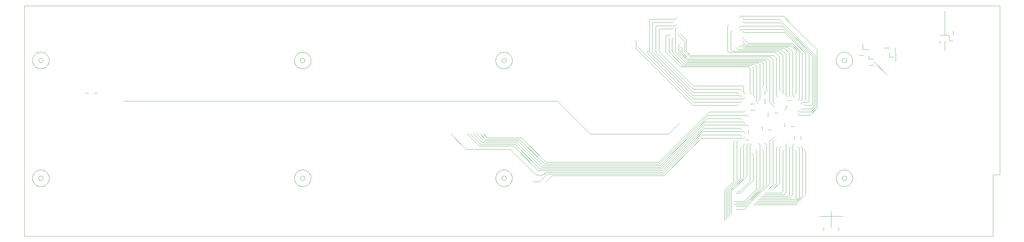
<source format=gbl>
*%FSLAX23Y23*%
*%MOIN*%
G01*
D11*
X15746Y6683D02*
X15828D01*
X15746Y5943D02*
X4096D01*
Y8718D02*
X15828D01*
X15746Y6683D02*
Y5943D01*
X15828Y6683D02*
Y8718D01*
X4096D02*
Y5943D01*
D12*
X12214Y7321D02*
X12332Y7439D01*
X12320Y7400D02*
X12202Y7282D01*
X13021Y6561D02*
X12765Y6305D01*
X12750Y6266D02*
X13061Y6577D01*
X13391Y6345D02*
X13494Y6447D01*
X12982Y6545D02*
X12761Y6325D01*
X12757Y6345D02*
X12942Y6530D01*
X12903Y6514D02*
X12753Y6364D01*
X12214Y7321D02*
X11726Y6833D01*
X11742Y6793D02*
X12190Y7242D01*
X12167Y7163D02*
X11757Y6754D01*
X11765Y6734D02*
X12155Y7124D01*
X12131Y7045D02*
X11781Y6695D01*
X12635Y6545D02*
X12746Y6656D01*
X12785Y6671D02*
X12643Y6530D01*
X12710Y6463D02*
X12864Y6616D01*
X12706Y6640D02*
X12557Y6490D01*
X12120Y7006D02*
X12238Y7124D01*
X12250Y7163D02*
X12131Y7045D01*
X12143Y7085D02*
X12261Y7203D01*
X12273Y7242D02*
X12155Y7124D01*
X12167Y7163D02*
X12285Y7282D01*
X12297Y7321D02*
X12179Y7203D01*
X12190Y7242D02*
X12309Y7360D01*
X13238Y8396D02*
X13348Y8286D01*
X13289Y8439D02*
X13175Y8553D01*
X13289Y8439D02*
X13612Y8116D01*
X13592Y8112D02*
X13281Y8423D01*
X13273Y8408D02*
X13572Y8108D01*
X13533Y8124D02*
X13320Y8337D01*
X13348Y8286D02*
X13494Y8140D01*
X13454D02*
X13328Y8266D01*
X12068Y8045D02*
X11966Y8148D01*
X11927Y8160D02*
X12057Y8030D01*
X12037Y8014D02*
X11887Y8163D01*
X11848D02*
X12013Y7998D01*
X12139Y7597D02*
X11592Y8144D01*
X11690Y8163D02*
X12139Y7715D01*
Y7754D02*
X11730Y8163D01*
X11533D02*
X12139Y7557D01*
Y7518D02*
X11454Y8203D01*
X10372Y6833D02*
X10076Y7128D01*
X9604Y7069D02*
X9494Y7179D01*
X9454D02*
X9584Y7049D01*
X10057Y7108D02*
X10352Y6813D01*
X10332Y6793D02*
X10037Y7089D01*
X10017Y7069D02*
X10313Y6774D01*
X10293Y6754D02*
X9998Y7049D01*
X9565Y7030D02*
X9415Y7179D01*
X9978Y7030D02*
X10273Y6734D01*
X13320Y8498D02*
X13631Y8187D01*
X12824Y7045D02*
X12824Y6762D01*
X11927Y8478D02*
X11698Y8478D01*
X11809Y8163D02*
X11990Y7982D01*
X12057Y8171D02*
X12057Y8309D01*
X11612Y8163D02*
X12139Y7636D01*
Y7675D02*
X11651Y8163D01*
X12179Y7203D02*
X11750Y6774D01*
X11734Y6813D02*
X12202Y7282D01*
X12143Y7085D02*
X11773Y6715D01*
X11789Y6675D02*
X12120Y7006D01*
X12698Y6482D02*
X12824Y6608D01*
X12627D02*
X12517Y6498D01*
X12537Y6494D02*
X12667Y6624D01*
X12655Y6266D02*
X12750D01*
X13002Y6463D02*
X13198D01*
X13238Y6443D02*
X12982D01*
X12962Y6423D02*
X13281D01*
X13297Y6404D02*
X12942D01*
X12698Y6482D02*
X12675D01*
X12655Y6463D02*
X12710D01*
X12655Y6305D02*
X12765D01*
X12923Y6384D02*
X13360D01*
X13364Y6364D02*
X12903D01*
X12883Y6345D02*
X13368D01*
X13372Y6325D02*
X12864D01*
X12757Y6345D02*
X12655D01*
X12635Y6325D02*
X12761D01*
X12753Y6364D02*
X12635D01*
X10293Y6600D02*
X10214D01*
X10446Y6675D02*
X11789D01*
X11726Y6833D02*
X10372D01*
X10332Y6793D02*
X11742D01*
X11734Y6813D02*
X10352D01*
X10372Y6715D02*
X11773D01*
X11750Y6774D02*
X10313D01*
X10293Y6754D02*
X11757D01*
X11765Y6734D02*
X10273D01*
X10387Y6695D02*
X11781D01*
X10017Y7069D02*
X9604D01*
X9584Y7049D02*
X9998D01*
X9978Y7030D02*
X9565D01*
X12490Y7242D02*
X12706D01*
X12746Y7203D02*
X12490D01*
X12261D01*
X12273Y7242D02*
X12490D01*
X10076Y7128D02*
X9663D01*
X9643Y7108D02*
X10057D01*
X10037Y7089D02*
X9624D01*
X12490Y7163D02*
X12706D01*
X12746Y7124D02*
X12238D01*
X12250Y7163D02*
X12490D01*
X12332Y7439D02*
X12746D01*
X12785Y7400D02*
X12320D01*
X13415Y7439D02*
X13553D01*
X13545Y7400D02*
X13415D01*
X12706Y7360D02*
X12309D01*
X12490Y7321D02*
X12746D01*
X12785Y7282D02*
X12490D01*
X12285D01*
X12297Y7321D02*
X12490D01*
Y7597D02*
X12746D01*
X12706Y7636D02*
X12490D01*
Y7597D02*
X12139D01*
Y7636D02*
X12490D01*
X13454Y7478D02*
X13565D01*
Y7518D02*
X13494D01*
X13525Y7557D02*
X13454D01*
X12490D02*
X12163D01*
X12490D02*
X12706D01*
X12667Y7518D02*
X12450D01*
X12163Y7557D02*
X12139D01*
Y7518D02*
X12450D01*
X12490Y7675D02*
X12667D01*
X12490D02*
X12139D01*
Y7715D02*
X12706D01*
X12738Y7754D02*
X12139D01*
X12057Y8030D02*
X12923D01*
X12962Y8045D02*
X12068D01*
X12037Y8014D02*
X12883D01*
X12844Y7998D02*
X12013D01*
X11990Y7982D02*
X12805D01*
X12769Y8234D02*
X13313D01*
X13281Y8219D02*
X12761D01*
X12742Y8238D02*
X12710D01*
X12746Y8203D02*
X13242D01*
X13202Y8187D02*
X12683D01*
X12612Y8171D02*
X13167D01*
X13127Y8156D02*
X12572D01*
X13041Y8077D02*
X12084D01*
X12076Y8061D02*
X13002D01*
X13068Y8104D02*
X12100D01*
X12108Y8120D02*
X13108D01*
X13238Y8396D02*
X12750D01*
Y8435D02*
X13222D01*
X12750D02*
X12710D01*
X11887Y8439D02*
X11738D01*
X11816Y8360D02*
X11848D01*
X12801Y8266D02*
X13328D01*
X13320Y8250D02*
X12777D01*
X12746Y8258D02*
X12730D01*
X12848Y8553D02*
X13175D01*
X11927Y8557D02*
X11620D01*
X12750Y8553D02*
X12848D01*
X12832Y8593D02*
X13226D01*
X12832D02*
X12710D01*
X12879Y8474D02*
X13206D01*
X13190Y8514D02*
X12864D01*
X12879Y8474D02*
X12710D01*
X11887Y8518D02*
X11659D01*
X12750Y8514D02*
X12864D01*
X9663Y7128D02*
X9612Y7179D01*
X9572Y7179D02*
X9643Y7108D01*
X9624Y7089D02*
X9533Y7179D01*
X10293Y6600D02*
X10387Y6695D01*
X10336Y6679D02*
X10293Y6679D01*
X10336Y6679D02*
X10372Y6715D01*
X10446Y6675D02*
X10372Y6600D01*
X11454Y8282D02*
X11435Y8301D01*
X11474Y8223D02*
X11494Y8203D01*
X11454D02*
X11454Y8282D01*
X11612Y8163D02*
Y8549D01*
X11651Y8510D02*
Y8163D01*
X11612Y8549D02*
X11620Y8557D01*
X11659Y8518D02*
X11651Y8510D01*
X11494Y8203D02*
X11533Y8163D01*
X11592Y8144D02*
X11592Y8183D01*
X11809Y8163D02*
Y8352D01*
X11848Y8321D02*
Y8163D01*
X11690D02*
Y8471D01*
X11730Y8431D02*
Y8163D01*
X11848Y8360D02*
X11868Y8380D01*
X11816Y8360D02*
X11809Y8352D01*
X11848Y8321D02*
X11868Y8341D01*
X11698Y8478D02*
X11690Y8471D01*
X11730Y8431D02*
X11738Y8439D01*
X12005Y8203D02*
Y8163D01*
X12005D02*
Y8156D01*
X12037Y8167D02*
Y8289D01*
X11927Y8282D02*
Y8439D01*
Y8282D02*
Y8163D01*
X11966D02*
Y8242D01*
X11986Y8183D02*
Y8163D01*
Y8152D01*
X11966Y8148D02*
Y8163D01*
X11927D02*
Y8160D01*
X11887Y8163D02*
Y8321D01*
X12005Y8156D02*
X12084Y8077D01*
X12108Y8120D02*
X12057Y8171D01*
X12037Y8167D02*
X12100Y8104D01*
X11887Y8439D02*
X11907Y8459D01*
X11927Y8478D02*
X11946Y8498D01*
X11907Y8537D02*
X11887Y8518D01*
X11907Y8341D02*
X11887Y8321D01*
X11966Y8242D02*
X11986Y8262D01*
Y8223D02*
X12005Y8203D01*
X11986Y8152D02*
X12076Y8061D01*
X12057Y8309D02*
X11986Y8380D01*
X11946D02*
X12037Y8289D01*
X11927Y8439D02*
X11946Y8459D01*
X11927Y8557D02*
X11946Y8577D01*
X12592Y8396D02*
Y8191D01*
X12627Y7085D02*
Y6608D01*
X12596Y6482D02*
Y6207D01*
X12553Y8175D02*
Y8474D01*
X12517Y6498D02*
Y6128D01*
X12557Y6167D02*
Y6490D01*
X12537Y6494D02*
Y6148D01*
X12576Y6187D02*
Y6486D01*
X12592Y8396D02*
X12612Y8415D01*
X12647Y7104D02*
X12627Y7085D01*
X12643Y6530D02*
X12596Y6482D01*
X12683Y8187D02*
X12651Y8219D01*
X12612Y8171D02*
X12592Y8191D01*
X12553Y8474D02*
X12572Y8494D01*
X12635Y6545D02*
X12576Y6486D01*
X12572Y8156D02*
X12553Y8175D01*
X12824Y7963D02*
Y7864D01*
Y7675D01*
X12785Y7045D02*
Y6671D01*
X12824Y6608D02*
Y6762D01*
X12746Y7675D02*
Y7746D01*
X12706Y7006D02*
Y6640D01*
X12667Y6624D02*
Y7085D01*
X12746Y7045D02*
Y6656D01*
X12824Y7045D02*
X12844Y7065D01*
X12805Y7065D02*
X12785Y7045D01*
X12805Y7380D02*
X12785Y7400D01*
X12864Y7978D02*
X12844Y7998D01*
X12824Y7963D02*
X12805Y7982D01*
X12824Y7675D02*
X12844Y7656D01*
Y6947D02*
X12864Y6927D01*
X12805Y7262D02*
X12785Y7282D01*
X12746Y7439D02*
X12765Y7459D01*
X12690Y8455D02*
X12710Y8474D01*
Y8435D02*
X12690Y8415D01*
X12710Y8238D02*
X12690Y8219D01*
X12687Y7537D02*
X12667Y7518D01*
X12706Y7557D02*
X12726Y7577D01*
X12746Y7597D02*
X12765Y7616D01*
X12765Y7065D02*
X12746Y7045D01*
X12726Y7026D02*
X12706Y7006D01*
X12667Y7085D02*
X12687Y7104D01*
X12746Y7124D02*
X12765Y7144D01*
X12690Y8573D02*
X12710Y8593D01*
X12706Y7360D02*
X12726Y7341D01*
X12750Y8396D02*
X12730Y8415D01*
Y8337D02*
X12801Y8266D01*
X12777Y8250D02*
X12730Y8297D01*
X12746Y8258D02*
X12769Y8234D01*
X12761Y8219D02*
X12742Y8238D01*
X12730Y8219D02*
X12746Y8203D01*
X12738Y7754D02*
X12746Y7746D01*
Y7675D02*
X12765Y7656D01*
X12726Y7616D02*
X12706Y7636D01*
X12746Y7321D02*
X12765Y7301D01*
X12706Y7242D02*
X12726Y7223D01*
X12746Y7203D02*
X12765Y7183D01*
X12687Y7656D02*
X12667Y7675D01*
X12706Y7715D02*
X12726Y7695D01*
X12750Y8514D02*
X12730Y8534D01*
X12750Y8553D02*
X12730Y8573D01*
X12706Y7163D02*
X12726Y7144D01*
X13021Y7864D02*
Y8041D01*
X12982Y8026D02*
Y7864D01*
X13021Y6762D02*
Y6561D01*
Y6762D02*
Y7045D01*
X12982Y6967D02*
Y6762D01*
X13021Y7715D02*
Y7864D01*
X12982D02*
Y7754D01*
Y6762D02*
Y6545D01*
X12942Y7864D02*
Y8010D01*
X12903Y7994D02*
Y7864D01*
X12864D02*
Y7978D01*
Y7864D02*
Y7636D01*
X12903Y7557D02*
Y7864D01*
X12942D02*
Y7597D01*
Y7045D02*
Y6762D01*
X12903D02*
Y6967D01*
X12864Y6927D02*
Y6762D01*
X12942D02*
Y6530D01*
X12903Y6514D02*
Y6762D01*
X12864D02*
Y6616D01*
X13041Y6502D02*
X13100Y6561D01*
X13061Y8057D02*
X13041Y8077D01*
X13021Y8041D02*
X13002Y8061D01*
X13002Y7065D02*
X13021Y7045D01*
X13041Y7695D02*
X13021Y7715D01*
X12942Y7597D02*
X12923Y7577D01*
X12962Y7734D02*
X12982Y7754D01*
Y8026D02*
X12962Y8045D01*
X12942Y8010D02*
X12923Y8030D01*
X12903Y7994D02*
X12883Y8014D01*
X12864Y7636D02*
X12883Y7616D01*
X12903Y7557D02*
X12923Y7537D01*
X12962Y6986D02*
X12982Y6967D01*
X12942Y7045D02*
X12923Y7065D01*
X12883Y6986D02*
X12903Y6967D01*
X13218Y7864D02*
Y8120D01*
X13179Y8104D02*
Y7864D01*
Y6762D02*
Y6585D01*
Y7715D02*
Y7864D01*
X13218Y6967D02*
Y6762D01*
X13179D02*
Y7006D01*
X13218Y6762D02*
Y6482D01*
Y7675D02*
Y7864D01*
X13139D02*
Y8089D01*
X13100Y8073D02*
Y7864D01*
X13061D02*
Y8057D01*
Y6762D02*
Y6577D01*
X13100Y6561D02*
Y6762D01*
X13139D02*
Y6573D01*
Y6762D02*
Y7006D01*
X13100Y7085D02*
Y6762D01*
X13061D02*
Y7085D01*
Y7557D02*
Y7864D01*
X13100D02*
Y7557D01*
X13139Y7636D02*
Y7864D01*
X13238Y6986D02*
X13218Y6967D01*
X13179Y7006D02*
X13198Y7026D01*
X13257Y6463D02*
X13238Y6443D01*
X13218Y6482D02*
X13198Y6463D01*
X13320Y8337D02*
X13222Y8435D01*
X13206Y8474D02*
X13273Y8408D01*
X13281Y8423D02*
X13190Y8514D01*
X13242Y8203D02*
X13297Y8148D01*
X13257Y8132D02*
X13202Y8187D01*
X13218Y7675D02*
X13238Y7656D01*
X13198Y7695D02*
X13179Y7715D01*
X13320Y8498D02*
X13226Y8593D01*
X13139Y6573D02*
X13068Y6502D01*
X13096D02*
X13179Y6585D01*
X13139Y7006D02*
X13159Y7026D01*
X13100Y7085D02*
X13120Y7104D01*
Y7144D02*
X13061Y7085D01*
X13218Y8120D02*
X13167Y8171D01*
X13127Y8156D02*
X13179Y8104D01*
X13139Y8089D02*
X13108Y8120D01*
X13068Y8104D02*
X13100Y8073D01*
X13061Y7557D02*
X13120Y7498D01*
Y7537D02*
X13100Y7557D01*
X13159Y7616D02*
X13139Y7636D01*
X13415Y7864D02*
Y8156D01*
X13376Y8171D02*
Y7864D01*
Y6967D02*
Y6762D01*
X13415D02*
Y7006D01*
Y6762D02*
Y6415D01*
X13376Y6400D02*
Y6762D01*
Y7675D02*
Y7864D01*
X13415D02*
Y7597D01*
X13336Y7864D02*
Y8163D01*
X13297Y8148D02*
Y7864D01*
X13257D02*
Y8132D01*
X13336Y7045D02*
Y6762D01*
X13297D02*
Y7006D01*
X13257Y7045D02*
Y6762D01*
X13336D02*
Y6443D01*
X13297Y6439D02*
Y6762D01*
X13257D02*
Y6463D01*
Y7636D02*
Y7864D01*
X13297D02*
Y7636D01*
X13336D02*
Y7864D01*
X13454Y7478D02*
X13435Y7459D01*
Y7537D02*
X13454Y7557D01*
X13435Y7577D02*
X13454Y7597D01*
X13415Y7597D02*
X13395Y7577D01*
X13391Y6345D02*
X13372Y6325D01*
X13415Y7439D02*
X13395Y7459D01*
Y7026D02*
X13415Y7006D01*
Y7400D02*
X13395Y7419D01*
X13435Y7026D02*
X13454Y7006D01*
X13356Y7656D02*
X13376Y7675D01*
X13356Y7065D02*
X13336Y7045D01*
X13316Y7026D02*
X13297Y7006D01*
X13257Y7045D02*
X13277Y7065D01*
X13336Y6443D02*
X13297Y6404D01*
X13281Y6423D02*
X13297Y6439D01*
X13364Y6364D02*
X13415Y6415D01*
X13454Y6431D02*
X13368Y6345D01*
X13415Y8156D02*
X13320Y8250D01*
X13313Y8234D02*
X13376Y8171D01*
X13336Y8163D02*
X13281Y8219D01*
X13336Y7636D02*
X13356Y7616D01*
X13316D02*
X13297Y7636D01*
X13277Y7616D02*
X13257Y7636D01*
X13356Y6986D02*
X13376Y6967D01*
Y6400D02*
X13360Y6384D01*
X13592Y7506D02*
Y8112D01*
X13612Y8116D02*
Y7498D01*
X13572Y7864D02*
Y8108D01*
X13572Y7864D02*
Y7526D01*
X13631Y8120D02*
Y8187D01*
Y8120D02*
Y7486D01*
X13533Y7864D02*
Y8124D01*
X13494Y8140D02*
Y7864D01*
X13454D02*
Y8140D01*
X13533Y7864D02*
Y7565D01*
X13454Y7006D02*
Y6762D01*
X13494D02*
Y6967D01*
Y6762D02*
Y6447D01*
X13454Y6431D02*
Y6762D01*
Y7597D02*
Y7864D01*
X13494D02*
Y7597D01*
X13592Y7506D02*
X13565Y7478D01*
X13553Y7439D02*
X13612Y7498D01*
X13572Y7526D02*
X13565Y7518D01*
X13525Y7557D02*
X13533Y7565D01*
X13494Y7597D02*
X13474Y7577D01*
X13631Y7486D02*
X13545Y7400D01*
X13494Y7518D02*
X13474Y7537D01*
Y6986D02*
X13494Y6967D01*
D14*
X10250Y6679D02*
X9939Y6990D01*
X9407D02*
X9218Y7179D01*
X14309Y8049D02*
X14474Y7884D01*
X10293Y6679D02*
X10250D01*
X9939Y6990D02*
X9407D01*
X4868Y7667D02*
X4828D01*
X4935D02*
X4974D01*
X14253Y8002D02*
X14309D01*
X14435Y8211D02*
X14498D01*
X14190Y8191D02*
X14179D01*
X14190D02*
X14253D01*
Y8077D02*
X14309D01*
X14190Y8120D02*
X14135D01*
X14498Y8100D02*
X14553D01*
X15167Y8364D02*
X15202D01*
X15167D02*
X15108D01*
X15234Y8293D02*
X15265D01*
X14179Y8258D02*
Y8191D01*
X14253Y8120D02*
Y8077D01*
X14568Y8152D02*
Y8211D01*
X14576Y8140D02*
Y8049D01*
X14498Y8100D02*
Y8152D01*
X14568Y8148D02*
X14576Y8140D01*
X15167Y8364D02*
Y8652D01*
Y8293D02*
Y8179D01*
X15108Y8262D02*
Y8293D01*
X15202Y8364D02*
X15218Y8349D01*
Y8309D01*
X15265Y8364D02*
Y8415D01*
X15218Y8309D02*
X15234Y8293D01*
D16*
X11978Y7309D02*
X11843Y7174D01*
X10902D02*
X10505Y7571D01*
X10902Y7174D02*
X11843D01*
X10505Y7571D02*
X5289D01*
D18*
X13659Y6183D02*
X13801D01*
X13942D01*
X13080Y7223D02*
X13041D01*
X13238Y7262D02*
X13246D01*
X13309D02*
X13356D01*
X12809Y7104D02*
X12765D01*
X13116Y7431D02*
X13147D01*
X12883Y7459D02*
X12836D01*
X12994Y7656D02*
X13002D01*
Y7593D02*
X12994D01*
X13273Y7577D02*
X13316D01*
X12883Y7537D02*
X12836D01*
X13261Y7510D02*
X13273D01*
X12805Y7223D02*
Y7175D01*
X12836Y7530D02*
Y7537D01*
Y7467D02*
Y7459D01*
X13002Y7656D02*
Y7695D01*
Y7593D02*
Y7537D01*
X13041Y7400D02*
Y7380D01*
Y7400D02*
Y7431D01*
X12974Y7250D02*
Y7219D01*
Y7250D02*
X12962Y7262D01*
X13238D02*
Y7301D01*
Y7459D02*
X13261Y7482D01*
X13159Y7419D02*
X13147Y7431D01*
X13435Y7148D02*
Y7104D01*
X13356D02*
Y7148D01*
X13261Y7482D02*
Y7510D01*
X13273Y7573D02*
Y7577D01*
X13801Y6242D02*
Y6183D01*
Y6238D01*
Y6049D01*
X13710D02*
Y6006D01*
X13891D02*
Y6049D01*
X15108Y8262D02*
D03*
X15013Y7699D02*
D03*
Y6892D02*
D03*
Y6234D02*
D03*
X15006Y7113D02*
D03*
Y7403D02*
D03*
X14994Y8037D02*
D03*
Y8160D02*
D03*
Y8223D02*
D03*
X14899Y7876D02*
D03*
X14816Y8474D02*
D03*
X14820Y7876D02*
D03*
X14809Y7132D02*
D03*
X14671Y8325D02*
D03*
X14667Y7506D02*
D03*
X14626Y7333D02*
D03*
X14809Y7053D02*
D03*
X14667Y6703D02*
D03*
Y6041D02*
D03*
X14596Y8325D02*
D03*
X14620Y8408D02*
D03*
X14576Y8049D02*
D03*
X14553Y8100D02*
D03*
X14549Y8368D02*
D03*
X14549Y7663D02*
D03*
X14502Y7494D02*
D03*
X14474Y7884D02*
D03*
X14435Y8211D02*
D03*
X14442Y7951D02*
D03*
X14509Y7085D02*
D03*
X14533Y7124D02*
D03*
X14454Y8522D02*
D03*
X14557Y6199D02*
D03*
X14580Y6860D02*
D03*
X14502Y6026D02*
D03*
Y6683D02*
D03*
X14383Y8352D02*
D03*
X14407Y7663D02*
D03*
X14403Y7549D02*
D03*
X14391Y7333D02*
D03*
X14328Y7132D02*
D03*
Y7183D02*
D03*
X14309Y8049D02*
D03*
Y8077D02*
D03*
Y8148D02*
D03*
Y8002D02*
D03*
X14289Y8522D02*
D03*
X14407Y6856D02*
D03*
Y6199D02*
D03*
X14324Y7045D02*
D03*
X14179Y8258D02*
D03*
X14175Y8447D02*
D03*
X14135Y8120D02*
D03*
X14084Y7341D02*
D03*
X14068Y7124D02*
D03*
Y7246D02*
D03*
X14053Y7274D02*
D03*
Y7203D02*
D03*
Y7148D02*
D03*
X14065Y7742D02*
D03*
Y6939D02*
D03*
Y6278D02*
D03*
X13911Y7419D02*
D03*
Y7549D02*
D03*
X13891Y6006D02*
D03*
X13931Y6049D02*
D03*
X13942Y6183D02*
D03*
X13785Y7856D02*
D03*
X13832Y7809D02*
D03*
X13777Y8553D02*
D03*
X13655Y7888D02*
D03*
X13718D02*
D03*
X13750Y7982D02*
D03*
X13679Y8372D02*
D03*
X13718Y7289D02*
D03*
X13655Y8506D02*
D03*
X13683Y7628D02*
D03*
X13769Y6919D02*
D03*
X13801Y6100D02*
D03*
X13750Y7026D02*
D03*
X13643Y6919D02*
D03*
X13659Y6183D02*
D03*
X13710Y6006D02*
D03*
X13738Y6821D02*
D03*
X13584Y7104D02*
D03*
X13474Y8030D02*
D03*
X13513Y7419D02*
D03*
X13474Y7813D02*
D03*
X13513Y7774D02*
D03*
Y7656D02*
D03*
X13474D02*
D03*
X13513Y7695D02*
D03*
Y7734D02*
D03*
Y7813D02*
D03*
X13474Y7537D02*
D03*
Y7459D02*
D03*
X13513D02*
D03*
Y7498D02*
D03*
X13513Y7537D02*
D03*
X13474Y7577D02*
D03*
X13474Y7616D02*
D03*
X13553Y7498D02*
D03*
Y7537D02*
D03*
Y7577D02*
D03*
X13513Y7616D02*
D03*
X13553D02*
D03*
Y7104D02*
D03*
Y7144D02*
D03*
X13513Y7577D02*
D03*
X13474Y7380D02*
D03*
X13513Y7262D02*
D03*
X13474Y7183D02*
D03*
X13513Y7144D02*
D03*
X13474Y7734D02*
D03*
X13588Y6671D02*
D03*
X13620Y6045D02*
D03*
Y6116D02*
D03*
X13631Y7026D02*
D03*
X13529Y6671D02*
D03*
X13513Y7065D02*
D03*
Y6908D02*
D03*
X13521Y6573D02*
D03*
X13474Y6986D02*
D03*
Y6947D02*
D03*
Y6908D02*
D03*
Y7026D02*
D03*
X13553Y6002D02*
D03*
X13474Y7065D02*
D03*
X13513Y7026D02*
D03*
Y6947D02*
D03*
X13474Y6868D02*
D03*
X13529Y6797D02*
D03*
X13474Y6829D02*
D03*
X13395Y8089D02*
D03*
X13435Y7935D02*
D03*
Y7104D02*
D03*
X13395Y7616D02*
D03*
X13435Y7656D02*
D03*
X13395D02*
D03*
X13435Y7695D02*
D03*
X13419Y8506D02*
D03*
X13435Y7459D02*
D03*
X13395D02*
D03*
X13435Y7537D02*
D03*
Y7577D02*
D03*
X13395Y7577D02*
D03*
Y7695D02*
D03*
Y7734D02*
D03*
X13435D02*
D03*
X13435Y7774D02*
D03*
X13395D02*
D03*
X13435Y7419D02*
D03*
X13395Y7419D02*
D03*
X13435Y7498D02*
D03*
Y7380D02*
D03*
Y7301D02*
D03*
X13395Y7223D02*
D03*
X13435Y7813D02*
D03*
X13316Y7695D02*
D03*
X13277Y8089D02*
D03*
X13316Y8061D02*
D03*
X13277Y7104D02*
D03*
X13316Y7656D02*
D03*
X13277D02*
D03*
X13356Y7734D02*
D03*
X13277Y7774D02*
D03*
Y7813D02*
D03*
X13316D02*
D03*
X13305Y8593D02*
D03*
X13356Y7656D02*
D03*
Y7616D02*
D03*
X13316D02*
D03*
X13277D02*
D03*
X13356Y7695D02*
D03*
X13316Y7734D02*
D03*
X13277Y7695D02*
D03*
X13316Y7774D02*
D03*
X13277Y7734D02*
D03*
Y7380D02*
D03*
Y7459D02*
D03*
X13356Y7774D02*
D03*
Y7813D02*
D03*
X13316Y7459D02*
D03*
Y7380D02*
D03*
X13356Y7341D02*
D03*
Y7852D02*
D03*
X13316Y7935D02*
D03*
X13277Y7144D02*
D03*
X13356Y7262D02*
D03*
X13316Y7498D02*
D03*
X13356D02*
D03*
X13316Y7577D02*
D03*
X13356Y7104D02*
D03*
X13435Y6809D02*
D03*
X13395Y7026D02*
D03*
X13435D02*
D03*
Y6947D02*
D03*
X13395Y6986D02*
D03*
Y6947D02*
D03*
X13435Y6908D02*
D03*
X13395Y7065D02*
D03*
X13435Y7065D02*
D03*
X13423Y6089D02*
D03*
X13435Y6510D02*
D03*
X13435Y6986D02*
D03*
X13395Y6908D02*
D03*
Y6868D02*
D03*
X13435D02*
D03*
X13395Y6656D02*
D03*
X13435Y6671D02*
D03*
X13316Y6868D02*
D03*
X13356Y6986D02*
D03*
Y6947D02*
D03*
X13316Y6986D02*
D03*
X13277Y6947D02*
D03*
Y6908D02*
D03*
X13316Y6908D02*
D03*
X13356D02*
D03*
Y7065D02*
D03*
X13316Y7026D02*
D03*
X13277Y7065D02*
D03*
X13316Y7065D02*
D03*
X13277Y6986D02*
D03*
X13356Y6868D02*
D03*
X13277Y6703D02*
D03*
Y6766D02*
D03*
X13238Y7459D02*
D03*
X13198Y7656D02*
D03*
Y7380D02*
D03*
Y7935D02*
D03*
Y8061D02*
D03*
Y7104D02*
D03*
Y7616D02*
D03*
X13238Y7695D02*
D03*
Y7813D02*
D03*
X13198D02*
D03*
X13238Y7656D02*
D03*
X13198Y7695D02*
D03*
X13238Y7734D02*
D03*
X13198D02*
D03*
X13238Y7774D02*
D03*
X13198D02*
D03*
X13238Y7104D02*
D03*
X13198Y7419D02*
D03*
X13238Y7380D02*
D03*
X13198Y7577D02*
D03*
Y7498D02*
D03*
X13238Y7301D02*
D03*
X13198Y7223D02*
D03*
Y7183D02*
D03*
X13159Y7459D02*
D03*
X13080Y7616D02*
D03*
Y7380D02*
D03*
X13159Y7223D02*
D03*
Y7104D02*
D03*
X13120Y7656D02*
D03*
X13159Y7695D02*
D03*
X13080Y7774D02*
D03*
X13159Y7813D02*
D03*
X13080D02*
D03*
X13147Y8415D02*
D03*
X13159Y7183D02*
D03*
X13159Y7262D02*
D03*
X13120D02*
D03*
X13080Y7301D02*
D03*
X13120Y7498D02*
D03*
Y7537D02*
D03*
X13159Y7616D02*
D03*
Y7656D02*
D03*
X13120Y7616D02*
D03*
X13080Y7656D02*
D03*
X13159Y7774D02*
D03*
X13120Y7695D02*
D03*
X13080D02*
D03*
X13120Y7104D02*
D03*
Y7144D02*
D03*
X13080Y7577D02*
D03*
X13120D02*
D03*
X13159Y7537D02*
D03*
X13120Y7301D02*
D03*
X13159Y7341D02*
D03*
X13080Y7262D02*
D03*
Y7223D02*
D03*
Y7183D02*
D03*
X13159Y7144D02*
D03*
Y8081D02*
D03*
Y7419D02*
D03*
X13159Y7734D02*
D03*
X13238Y7065D02*
D03*
Y6947D02*
D03*
X13198Y6986D02*
D03*
X13238Y6908D02*
D03*
X13198Y7026D02*
D03*
X13238Y6986D02*
D03*
X13238Y7026D02*
D03*
X13198Y6947D02*
D03*
X13238Y6868D02*
D03*
X13120Y7026D02*
D03*
Y6766D02*
D03*
Y7065D02*
D03*
X13096Y6502D02*
D03*
X13068D02*
D03*
X13080Y6947D02*
D03*
X13159D02*
D03*
X13120Y6986D02*
D03*
X13080Y6986D02*
D03*
X13159Y7026D02*
D03*
X13120Y6947D02*
D03*
X13120Y6908D02*
D03*
X13120Y6703D02*
D03*
X13080Y6868D02*
D03*
X13041Y7656D02*
D03*
Y7695D02*
D03*
X13041Y7734D02*
D03*
X13041Y7774D02*
D03*
Y7301D02*
D03*
Y7341D02*
D03*
Y7380D02*
D03*
Y6986D02*
D03*
Y6502D02*
D03*
Y7026D02*
D03*
X13002Y7301D02*
D03*
Y7695D02*
D03*
Y7341D02*
D03*
Y7734D02*
D03*
Y7774D02*
D03*
Y7380D02*
D03*
Y7978D02*
D03*
Y7915D02*
D03*
Y7537D02*
D03*
X12923Y7695D02*
D03*
Y7419D02*
D03*
Y7616D02*
D03*
Y7656D02*
D03*
X12883Y7774D02*
D03*
X12962Y7813D02*
D03*
X12883D02*
D03*
X12962Y7459D02*
D03*
X12923Y7459D02*
D03*
X12883Y7616D02*
D03*
X12923Y7537D02*
D03*
Y7577D02*
D03*
X12883Y7656D02*
D03*
Y7695D02*
D03*
X12962D02*
D03*
X12883Y7734D02*
D03*
X12923Y7774D02*
D03*
X12962Y7774D02*
D03*
Y7734D02*
D03*
X12883Y7577D02*
D03*
X12962Y7498D02*
D03*
X12883Y7419D02*
D03*
X12962D02*
D03*
X12923Y7380D02*
D03*
X12962D02*
D03*
X12923Y7301D02*
D03*
X12962Y7262D02*
D03*
X12883Y7183D02*
D03*
X12923Y7144D02*
D03*
X12962D02*
D03*
X12883Y7537D02*
D03*
Y7459D02*
D03*
Y7144D02*
D03*
Y7104D02*
D03*
X12982Y6293D02*
D03*
X13002Y6463D02*
D03*
X12982Y6443D02*
D03*
X13002Y7065D02*
D03*
Y7026D02*
D03*
X12919Y6089D02*
D03*
Y6128D02*
D03*
X12899Y6108D02*
D03*
Y6148D02*
D03*
X12962Y7065D02*
D03*
X12915Y6293D02*
D03*
X12962Y6423D02*
D03*
X12942Y6404D02*
D03*
X12923Y6384D02*
D03*
X12903Y6364D02*
D03*
X12883Y6345D02*
D03*
X12864Y6325D02*
D03*
X12962Y6986D02*
D03*
X12923Y7065D02*
D03*
X12883Y6986D02*
D03*
X12962Y6947D02*
D03*
X12923Y7026D02*
D03*
X12883Y6947D02*
D03*
X12883Y6908D02*
D03*
Y7026D02*
D03*
X12962D02*
D03*
X12923Y6947D02*
D03*
X12962Y6908D02*
D03*
X12923Y6908D02*
D03*
X12962Y6766D02*
D03*
Y6703D02*
D03*
X12805Y7656D02*
D03*
X12844Y7915D02*
D03*
Y7380D02*
D03*
Y7959D02*
D03*
Y7616D02*
D03*
X12805D02*
D03*
X12844Y7695D02*
D03*
X12805Y7380D02*
D03*
X12852Y8337D02*
D03*
Y8415D02*
D03*
X12844Y7656D02*
D03*
X12805Y7734D02*
D03*
X12844Y7734D02*
D03*
X12805Y7774D02*
D03*
X12844Y7774D02*
D03*
X12805Y7262D02*
D03*
X12844Y7301D02*
D03*
X12805Y7223D02*
D03*
X12844D02*
D03*
X12687Y7301D02*
D03*
X12726D02*
D03*
Y7459D02*
D03*
X12687Y7813D02*
D03*
X12726Y7656D02*
D03*
X12765Y7734D02*
D03*
Y7813D02*
D03*
X12687Y7774D02*
D03*
X12765Y7459D02*
D03*
X12726Y7341D02*
D03*
X12730Y8534D02*
D03*
X12690Y8455D02*
D03*
X12765Y7419D02*
D03*
Y7380D02*
D03*
X12726Y7419D02*
D03*
X12687Y7380D02*
D03*
Y7537D02*
D03*
X12726Y7577D02*
D03*
X12765Y7616D02*
D03*
X12687Y7656D02*
D03*
X12726Y7616D02*
D03*
X12765Y7656D02*
D03*
X12687Y7498D02*
D03*
Y7616D02*
D03*
Y7695D02*
D03*
X12726Y7734D02*
D03*
X12765Y7695D02*
D03*
X12690Y7734D02*
D03*
X12726Y7774D02*
D03*
X12765Y7774D02*
D03*
Y7262D02*
D03*
X12687Y7223D02*
D03*
X12726Y7183D02*
D03*
X12687Y7144D02*
D03*
X12726Y7262D02*
D03*
X12765Y7301D02*
D03*
X12726Y7223D02*
D03*
X12765Y7183D02*
D03*
X12726Y7695D02*
D03*
X12730Y8494D02*
D03*
Y8455D02*
D03*
Y8415D02*
D03*
Y8258D02*
D03*
Y8219D02*
D03*
X12690D02*
D03*
Y8337D02*
D03*
Y8415D02*
D03*
Y8376D02*
D03*
X12730Y8297D02*
D03*
Y8337D02*
D03*
X12730Y8573D02*
D03*
X12687Y7104D02*
D03*
X12726D02*
D03*
X12726Y7144D02*
D03*
X12765D02*
D03*
X12687Y7577D02*
D03*
X12765Y7537D02*
D03*
X12726Y7380D02*
D03*
X12765Y7341D02*
D03*
X12687Y7262D02*
D03*
X12765Y7223D02*
D03*
X12687Y7183D02*
D03*
X12690Y8573D02*
D03*
X12765Y7104D02*
D03*
X12805Y6766D02*
D03*
Y7026D02*
D03*
X12844Y6270D02*
D03*
Y6947D02*
D03*
Y7065D02*
D03*
Y7026D02*
D03*
X12805Y6986D02*
D03*
Y6947D02*
D03*
X12844Y6908D02*
D03*
X12801Y6010D02*
D03*
X12820Y6030D02*
D03*
X12801Y6049D02*
D03*
X12820Y6069D02*
D03*
X12801Y6187D02*
D03*
X12820Y6207D02*
D03*
Y6246D02*
D03*
X12801Y6226D02*
D03*
X12805Y7065D02*
D03*
X12844Y6986D02*
D03*
X12805Y6908D02*
D03*
Y6868D02*
D03*
X12844D02*
D03*
X12805Y6703D02*
D03*
X12687Y6734D02*
D03*
Y6766D02*
D03*
X12765Y7026D02*
D03*
X12687Y7065D02*
D03*
X12675Y6443D02*
D03*
X12765Y7065D02*
D03*
X12726Y7026D02*
D03*
Y7065D02*
D03*
X12765Y6986D02*
D03*
X12687Y7026D02*
D03*
X12765Y6947D02*
D03*
X12726Y6986D02*
D03*
X12687Y6947D02*
D03*
X12687Y6908D02*
D03*
X12726D02*
D03*
X12765Y6908D02*
D03*
X12687Y6986D02*
D03*
X12675Y6482D02*
D03*
X12726Y6947D02*
D03*
X12687Y6868D02*
D03*
X12726D02*
D03*
X12765D02*
D03*
X12608Y7301D02*
D03*
X12647D02*
D03*
X12608Y7616D02*
D03*
X12647Y7695D02*
D03*
X12608Y7813D02*
D03*
X12612Y8297D02*
D03*
X12651Y8219D02*
D03*
X12612Y8415D02*
D03*
X12647Y7341D02*
D03*
X12608D02*
D03*
X12647Y7380D02*
D03*
Y7459D02*
D03*
X12647Y7537D02*
D03*
Y7577D02*
D03*
X12647Y7656D02*
D03*
Y7734D02*
D03*
X12608Y7459D02*
D03*
Y7498D02*
D03*
X12608Y7537D02*
D03*
Y7577D02*
D03*
X12647Y7616D02*
D03*
X12608Y7656D02*
D03*
Y7695D02*
D03*
X12608Y7734D02*
D03*
Y7774D02*
D03*
X12647Y7774D02*
D03*
Y7223D02*
D03*
Y7144D02*
D03*
X12612Y8534D02*
D03*
X12651Y8415D02*
D03*
Y8376D02*
D03*
X12608Y7104D02*
D03*
X12647D02*
D03*
Y7498D02*
D03*
X12608Y7419D02*
D03*
Y7223D02*
D03*
X12647Y7183D02*
D03*
Y7880D02*
D03*
X12651Y8573D02*
D03*
X12612Y8455D02*
D03*
X12568Y7616D02*
D03*
Y7104D02*
D03*
Y7656D02*
D03*
X12529D02*
D03*
X12568Y7695D02*
D03*
Y7734D02*
D03*
Y7774D02*
D03*
X12572Y8376D02*
D03*
Y8415D02*
D03*
X12533Y8376D02*
D03*
X12572Y8494D02*
D03*
X12533Y8573D02*
D03*
X12572Y8219D02*
D03*
X12533D02*
D03*
X12494Y8534D02*
D03*
X12533Y8455D02*
D03*
Y8337D02*
D03*
X12568Y7813D02*
D03*
Y7577D02*
D03*
Y7537D02*
D03*
Y7459D02*
D03*
X12529Y7419D02*
D03*
Y7144D02*
D03*
X12568D02*
D03*
Y7419D02*
D03*
Y7498D02*
D03*
X12584Y7880D02*
D03*
X12635Y6325D02*
D03*
X12655Y6266D02*
D03*
Y6502D02*
D03*
Y6463D02*
D03*
Y6423D02*
D03*
Y6345D02*
D03*
Y6305D02*
D03*
X12647Y7065D02*
D03*
Y7026D02*
D03*
Y6947D02*
D03*
Y6908D02*
D03*
X12616Y6108D02*
D03*
X12596Y6089D02*
D03*
Y6207D02*
D03*
X12635Y6246D02*
D03*
Y6286D02*
D03*
Y6364D02*
D03*
Y6404D02*
D03*
X12655Y6384D02*
D03*
X12616Y6226D02*
D03*
X12608Y7026D02*
D03*
Y6908D02*
D03*
X12502Y6786D02*
D03*
X12557Y6049D02*
D03*
X12517Y6010D02*
D03*
X12537Y6030D02*
D03*
X12576Y6069D02*
D03*
X12517Y6128D02*
D03*
X12557Y6167D02*
D03*
X12537Y6148D02*
D03*
X12576Y6187D02*
D03*
X12568Y7065D02*
D03*
Y7026D02*
D03*
X12568Y6986D02*
D03*
X12529Y6908D02*
D03*
X12568D02*
D03*
X12568Y6947D02*
D03*
X12403Y7856D02*
D03*
X12466D02*
D03*
X12403Y7498D02*
D03*
X12466D02*
D03*
Y7734D02*
D03*
Y7616D02*
D03*
X12403Y7734D02*
D03*
Y7616D02*
D03*
X12415Y8219D02*
D03*
X12454Y8455D02*
D03*
Y8337D02*
D03*
X12415Y8455D02*
D03*
Y8337D02*
D03*
X12454Y8573D02*
D03*
X12403Y7144D02*
D03*
X12466D02*
D03*
X12454Y8376D02*
D03*
X12376Y8376D02*
D03*
X12297Y8455D02*
D03*
Y8376D02*
D03*
X12376Y8494D02*
D03*
X12336Y8534D02*
D03*
X12297Y8219D02*
D03*
X12376D02*
D03*
X12336D02*
D03*
X12336Y8455D02*
D03*
Y8337D02*
D03*
X12466Y6908D02*
D03*
X12403D02*
D03*
Y7026D02*
D03*
X12466D02*
D03*
X12376Y6758D02*
D03*
X12257Y8297D02*
D03*
Y8455D02*
D03*
Y8494D02*
D03*
X12218Y8415D02*
D03*
Y8494D02*
D03*
Y8455D02*
D03*
Y8376D02*
D03*
Y8337D02*
D03*
X12257Y8455D02*
D03*
Y8415D02*
D03*
Y8376D02*
D03*
X12218Y8534D02*
D03*
Y8179D02*
D03*
X12179Y8415D02*
D03*
X12139Y8455D02*
D03*
Y8415D02*
D03*
Y8494D02*
D03*
X12179Y8258D02*
D03*
Y8297D02*
D03*
Y8337D02*
D03*
X12100Y6600D02*
D03*
X12065Y8447D02*
D03*
X12076Y8313D02*
D03*
X11978Y7309D02*
D03*
X11946Y8459D02*
D03*
Y8380D02*
D03*
Y8419D02*
D03*
X11907Y8459D02*
D03*
X11946Y8498D02*
D03*
X11907Y8419D02*
D03*
Y8537D02*
D03*
X11946D02*
D03*
Y8301D02*
D03*
X11907D02*
D03*
Y8341D02*
D03*
Y8223D02*
D03*
X11946Y8183D02*
D03*
X11986Y8380D02*
D03*
Y8183D02*
D03*
Y8223D02*
D03*
Y8262D02*
D03*
X11946Y8577D02*
D03*
X11911Y6356D02*
D03*
X11919Y6128D02*
D03*
X11994Y6758D02*
D03*
X11915Y6203D02*
D03*
X11962Y6600D02*
D03*
X11868Y8380D02*
D03*
X11868Y8498D02*
D03*
X11828Y8498D02*
D03*
X11868Y8341D02*
D03*
X11868Y8301D02*
D03*
X11828Y8419D02*
D03*
X11868Y8459D02*
D03*
X11828Y8380D02*
D03*
X11789D02*
D03*
X11710D02*
D03*
Y8577D02*
D03*
X11750Y8498D02*
D03*
Y8183D02*
D03*
X11789Y8537D02*
D03*
X11789Y8183D02*
D03*
X11710Y8459D02*
D03*
X11789D02*
D03*
X11710Y8341D02*
D03*
X11789D02*
D03*
X11823Y6516D02*
D03*
X11805Y6065D02*
D03*
Y6163D02*
D03*
X11840Y6152D02*
D03*
X11832Y6372D02*
D03*
X11852Y6352D02*
D03*
X11872Y6333D02*
D03*
X11796Y6325D02*
D03*
X11800Y6545D02*
D03*
X11671Y8223D02*
D03*
X11631Y8183D02*
D03*
X11671Y7376D02*
D03*
Y7443D02*
D03*
X11631Y8380D02*
D03*
X11671Y8459D02*
D03*
Y8341D02*
D03*
X11513Y8459D02*
D03*
X11513Y8380D02*
D03*
X11553Y8537D02*
D03*
X11513Y8498D02*
D03*
Y8419D02*
D03*
X11553Y8223D02*
D03*
X11513Y8341D02*
D03*
X11592Y8498D02*
D03*
Y8183D02*
D03*
X11513Y8301D02*
D03*
X11553Y8380D02*
D03*
Y8459D02*
D03*
X11592Y8341D02*
D03*
Y8459D02*
D03*
X11685Y6113D02*
D03*
X11635Y6282D02*
D03*
X11675Y6900D02*
D03*
Y6971D02*
D03*
X11685Y6030D02*
D03*
X11683Y6226D02*
D03*
X11532Y6435D02*
D03*
X11582Y6168D02*
D03*
Y6117D02*
D03*
X11474Y8380D02*
D03*
X11474Y8459D02*
D03*
X11474Y8223D02*
D03*
X11435Y7104D02*
D03*
Y8498D02*
D03*
Y8380D02*
D03*
X11435Y8419D02*
D03*
Y8459D02*
D03*
Y8301D02*
D03*
Y8341D02*
D03*
X11435Y7577D02*
D03*
X11305Y7971D02*
D03*
X11395Y8498D02*
D03*
X11395Y8419D02*
D03*
X11379Y7425D02*
D03*
X11395Y8341D02*
D03*
Y8262D02*
D03*
Y8301D02*
D03*
X11458Y6203D02*
D03*
X11360Y6171D02*
D03*
X11385Y6952D02*
D03*
X11269Y8345D02*
D03*
Y8415D02*
D03*
X11234Y7971D02*
D03*
Y8167D02*
D03*
X11187Y7467D02*
D03*
X11108Y7124D02*
D03*
X11135D02*
D03*
X11108Y7600D02*
D03*
X11135D02*
D03*
X11187Y6990D02*
D03*
X11108D02*
D03*
X11084Y7782D02*
D03*
X11096Y7467D02*
D03*
X11092Y7317D02*
D03*
X11083Y8260D02*
D03*
X11084Y7735D02*
D03*
X11084Y7258D02*
D03*
X11005Y7081D02*
D03*
X11002Y7537D02*
D03*
X10935Y8301D02*
D03*
X10969Y7435D02*
D03*
X11029Y6283D02*
D03*
X11056Y6435D02*
D03*
X10969Y6977D02*
D03*
X10917Y6049D02*
D03*
X10907Y6117D02*
D03*
X10902Y7174D02*
D03*
X10801Y8282D02*
D03*
X10785Y7246D02*
D03*
X10742Y7506D02*
D03*
X10860Y6282D02*
D03*
X10793Y6490D02*
D03*
X10742Y7049D02*
D03*
X10694Y8376D02*
D03*
X10513Y8321D02*
D03*
Y8376D02*
D03*
X10604Y8167D02*
D03*
X10702Y6282D02*
D03*
X10612Y6435D02*
D03*
Y6490D02*
D03*
X10202Y7321D02*
D03*
X10163Y7179D02*
D03*
X10124D02*
D03*
X10084Y7179D02*
D03*
X10045Y7179D02*
D03*
X9927Y7321D02*
D03*
X10005Y7179D02*
D03*
X9966D02*
D03*
X10092Y6313D02*
D03*
X9887Y7179D02*
D03*
X9848D02*
D03*
X9809D02*
D03*
X9769D02*
D03*
X9730Y7179D02*
D03*
X9690Y7179D02*
D03*
X9651Y7321D02*
D03*
X9612Y7179D02*
D03*
X9572Y7179D02*
D03*
X9533Y7179D02*
D03*
X9690Y6526D02*
D03*
Y6494D02*
D03*
Y6431D02*
D03*
X9690Y6463D02*
D03*
X9690Y6557D02*
D03*
X9624Y6313D02*
D03*
X9596D02*
D03*
X9647Y6860D02*
D03*
Y6786D02*
D03*
X9494Y7179D02*
D03*
X9454D02*
D03*
X9415D02*
D03*
X9376Y7321D02*
D03*
X9482Y6286D02*
D03*
X9513Y6286D02*
D03*
X9427Y6490D02*
D03*
X9419Y6604D02*
D03*
X9399Y6423D02*
D03*
X9368D02*
D03*
X9342Y6918D02*
D03*
X9387Y6286D02*
D03*
X9356D02*
D03*
X9419D02*
D03*
X9450D02*
D03*
X9336Y7179D02*
D03*
X9297Y7179D02*
D03*
X9257D02*
D03*
X9218D02*
D03*
X9179Y7321D02*
D03*
X9336Y6423D02*
D03*
X9301D02*
D03*
X9293Y6286D02*
D03*
X9324D02*
D03*
X9320Y6553D02*
D03*
X9171Y6226D02*
D03*
X9190Y6628D02*
D03*
Y6581D02*
D03*
X9139Y7191D02*
D03*
X9100D02*
D03*
X9061Y7321D02*
D03*
X9104Y6750D02*
D03*
X9033D02*
D03*
X6624Y7667D02*
D03*
Y7616D02*
D03*
X6643Y7786D02*
D03*
X6624Y7762D02*
D03*
X5557Y7467D02*
D03*
X5289Y7571D02*
D03*
X5344Y7215D02*
D03*
X5281Y7112D02*
D03*
X5296Y7318D02*
D03*
Y7883D02*
D03*
X5226Y7018D02*
D03*
X5181Y7363D02*
D03*
Y7928D02*
D03*
X5036Y7718D02*
D03*
X5155Y6868D02*
D03*
X5214Y6967D02*
D03*
X4974Y7667D02*
D03*
X5031Y7266D02*
D03*
X4982Y6624D02*
D03*
Y6762D02*
D03*
X4860Y6518D02*
D03*
X4785Y7412D02*
D03*
X4828Y7667D02*
D03*
X4786Y6868D02*
D03*
X4671Y6482D02*
D03*
D32*
X15167Y8652D02*
D03*
X15041Y7990D02*
D03*
X15167Y8179D02*
D03*
X15041Y8286D02*
D03*
X15068Y8415D02*
D03*
X15265D02*
D03*
D40*
X9242Y6808D02*
D03*
X9442D02*
D03*
X4343Y7300D02*
D03*
Y6900D02*
D03*
X4243Y7850D02*
D03*
X4343Y7800D02*
D03*
X4243Y7750D02*
D03*
X4343Y7700D02*
D03*
X4243Y7650D02*
D03*
X4343Y7600D02*
D03*
X4243Y7550D02*
D03*
X4343Y7500D02*
D03*
X4243Y7450D02*
D03*
X4343Y7400D02*
D03*
X4243Y7350D02*
D03*
Y7250D02*
D03*
X4343Y7200D02*
D03*
X4243Y7150D02*
D03*
X4343Y7100D02*
D03*
X4243Y7050D02*
D03*
X4343Y7000D02*
D03*
X4243Y6950D02*
D03*
D41*
X15196Y7168D02*
D03*
X14131Y7951D02*
D03*
X10214Y6600D02*
D03*
X10372D02*
D03*
X10135Y6679D02*
D03*
X10293D02*
D03*
D44*
X11157Y6561D02*
D03*
X11257D02*
D03*
X11357D02*
D03*
X11457D02*
D03*
X11557D02*
D03*
X11657D02*
D03*
D48*
X13858Y8059D02*
X13859D01*
X13858D02*
X13859Y8044D01*
X13862Y8030D01*
X13868Y8016D01*
X13875Y8003D01*
X13885Y7991D01*
X13896Y7981D01*
X13908Y7972D01*
X13921Y7966D01*
X13936Y7962D01*
X13951Y7959D01*
X13965D01*
X13980Y7962D01*
X13995Y7966D01*
X14008Y7972D01*
X14020Y7981D01*
X14031Y7991D01*
X14041Y8003D01*
X14048Y8016D01*
X14054Y8030D01*
X14057Y8044D01*
X14058Y8059D01*
X14059D01*
X14058D02*
X14057Y8074D01*
X14054Y8088D01*
X14048Y8102D01*
X14041Y8115D01*
X14031Y8127D01*
X14020Y8137D01*
X14008Y8146D01*
X13995Y8152D01*
X13980Y8156D01*
X13965Y8159D01*
X13951D01*
X13936Y8156D01*
X13921Y8152D01*
X13908Y8146D01*
X13896Y8137D01*
X13885Y8127D01*
X13875Y8115D01*
X13868Y8102D01*
X13862Y8088D01*
X13859Y8074D01*
X13858Y8059D01*
X13931D02*
X13932D01*
X13931D02*
X13933Y8050D01*
X13937Y8042D01*
X13944Y8036D01*
X13953Y8032D01*
X13963D01*
X13972Y8036D01*
X13979Y8042D01*
X13983Y8050D01*
X13985Y8059D01*
X13986D01*
X13985D02*
X13983Y8068D01*
X13979Y8076D01*
X13972Y8082D01*
X13963Y8086D01*
X13953D01*
X13944Y8082D01*
X13937Y8076D01*
X13933Y8068D01*
X13931Y8059D01*
X13858Y6642D02*
X13859D01*
X13858D02*
X13859Y6627D01*
X13862Y6613D01*
X13868Y6599D01*
X13875Y6586D01*
X13885Y6574D01*
X13896Y6564D01*
X13908Y6555D01*
X13921Y6549D01*
X13936Y6545D01*
X13951Y6542D01*
X13965D01*
X13980Y6545D01*
X13995Y6549D01*
X14008Y6555D01*
X14020Y6564D01*
X14031Y6574D01*
X14041Y6586D01*
X14048Y6599D01*
X14054Y6613D01*
X14057Y6627D01*
X14058Y6642D01*
X14059D01*
X14058D02*
X14057Y6657D01*
X14054Y6671D01*
X14048Y6685D01*
X14041Y6698D01*
X14031Y6710D01*
X14020Y6720D01*
X14008Y6729D01*
X13995Y6735D01*
X13980Y6739D01*
X13965Y6742D01*
X13951D01*
X13936Y6739D01*
X13921Y6735D01*
X13908Y6729D01*
X13896Y6720D01*
X13885Y6710D01*
X13875Y6698D01*
X13868Y6685D01*
X13862Y6671D01*
X13859Y6657D01*
X13858Y6642D01*
X13931D02*
X13932D01*
X13931D02*
X13933Y6633D01*
X13937Y6625D01*
X13944Y6619D01*
X13953Y6615D01*
X13963D01*
X13972Y6619D01*
X13979Y6625D01*
X13983Y6633D01*
X13985Y6642D01*
X13986D01*
X13985D02*
X13983Y6651D01*
X13979Y6659D01*
X13972Y6665D01*
X13963Y6669D01*
X13953D01*
X13944Y6665D01*
X13937Y6659D01*
X13933Y6651D01*
X13931Y6642D01*
X9764Y8059D02*
X9765D01*
X9764D02*
X9765Y8044D01*
X9768Y8030D01*
X9774Y8016D01*
X9781Y8003D01*
X9791Y7991D01*
X9802Y7981D01*
X9814Y7972D01*
X9827Y7966D01*
X9842Y7962D01*
X9857Y7959D01*
X9871D01*
X9886Y7962D01*
X9901Y7966D01*
X9914Y7972D01*
X9926Y7981D01*
X9937Y7991D01*
X9947Y8003D01*
X9954Y8016D01*
X9960Y8030D01*
X9963Y8044D01*
X9964Y8059D01*
X9965D01*
X9964D02*
X9963Y8074D01*
X9960Y8088D01*
X9954Y8102D01*
X9947Y8115D01*
X9937Y8127D01*
X9926Y8137D01*
X9914Y8146D01*
X9901Y8152D01*
X9886Y8156D01*
X9871Y8159D01*
X9857D01*
X9842Y8156D01*
X9827Y8152D01*
X9814Y8146D01*
X9802Y8137D01*
X9791Y8127D01*
X9781Y8115D01*
X9774Y8102D01*
X9768Y8088D01*
X9765Y8074D01*
X9764Y8059D01*
X9837D02*
X9838D01*
X9837D02*
X9839Y8050D01*
X9843Y8042D01*
X9850Y8036D01*
X9859Y8032D01*
X9869D01*
X9878Y8036D01*
X9885Y8042D01*
X9889Y8050D01*
X9891Y8059D01*
X9892D01*
X9891D02*
X9889Y8068D01*
X9885Y8076D01*
X9878Y8082D01*
X9869Y8086D01*
X9859D01*
X9850Y8082D01*
X9843Y8076D01*
X9839Y8068D01*
X9837Y8059D01*
X9764Y6642D02*
X9765D01*
X9764D02*
X9765Y6627D01*
X9768Y6613D01*
X9774Y6599D01*
X9781Y6586D01*
X9791Y6574D01*
X9802Y6564D01*
X9814Y6555D01*
X9827Y6549D01*
X9842Y6545D01*
X9857Y6542D01*
X9871D01*
X9886Y6545D01*
X9901Y6549D01*
X9914Y6555D01*
X9926Y6564D01*
X9937Y6574D01*
X9947Y6586D01*
X9954Y6599D01*
X9960Y6613D01*
X9963Y6627D01*
X9964Y6642D01*
X9965D01*
X9964D02*
X9963Y6657D01*
X9960Y6671D01*
X9954Y6685D01*
X9947Y6698D01*
X9937Y6710D01*
X9926Y6720D01*
X9914Y6729D01*
X9901Y6735D01*
X9886Y6739D01*
X9871Y6742D01*
X9857D01*
X9842Y6739D01*
X9827Y6735D01*
X9814Y6729D01*
X9802Y6720D01*
X9791Y6710D01*
X9781Y6698D01*
X9774Y6685D01*
X9768Y6671D01*
X9765Y6657D01*
X9764Y6642D01*
X9837D02*
X9838D01*
X9837D02*
X9839Y6633D01*
X9843Y6625D01*
X9850Y6619D01*
X9859Y6615D01*
X9869D01*
X9878Y6619D01*
X9885Y6625D01*
X9889Y6633D01*
X9891Y6642D01*
X9892D01*
X9891D02*
X9889Y6651D01*
X9885Y6659D01*
X9878Y6665D01*
X9869Y6669D01*
X9859D01*
X9850Y6665D01*
X9843Y6659D01*
X9839Y6651D01*
X9837Y6642D01*
X7342Y8059D02*
X7343D01*
X7342D02*
X7343Y8044D01*
X7346Y8030D01*
X7352Y8016D01*
X7359Y8003D01*
X7369Y7991D01*
X7380Y7981D01*
X7392Y7972D01*
X7405Y7966D01*
X7420Y7962D01*
X7435Y7959D01*
X7449D01*
X7464Y7962D01*
X7479Y7966D01*
X7492Y7972D01*
X7504Y7981D01*
X7515Y7991D01*
X7525Y8003D01*
X7532Y8016D01*
X7538Y8030D01*
X7541Y8044D01*
X7542Y8059D01*
X7543D01*
X7542D02*
X7541Y8074D01*
X7538Y8088D01*
X7532Y8102D01*
X7525Y8115D01*
X7515Y8127D01*
X7504Y8137D01*
X7492Y8146D01*
X7479Y8152D01*
X7464Y8156D01*
X7449Y8159D01*
X7435D01*
X7420Y8156D01*
X7405Y8152D01*
X7392Y8146D01*
X7380Y8137D01*
X7369Y8127D01*
X7359Y8115D01*
X7352Y8102D01*
X7346Y8088D01*
X7343Y8074D01*
X7342Y8059D01*
X7415D02*
X7416D01*
X7415D02*
X7417Y8050D01*
X7421Y8042D01*
X7428Y8036D01*
X7437Y8032D01*
X7447D01*
X7456Y8036D01*
X7463Y8042D01*
X7467Y8050D01*
X7469Y8059D01*
X7470D01*
X7469D02*
X7467Y8068D01*
X7463Y8076D01*
X7456Y8082D01*
X7447Y8086D01*
X7437D01*
X7428Y8082D01*
X7421Y8076D01*
X7417Y8068D01*
X7415Y8059D01*
X7342Y6642D02*
X7343D01*
X7342D02*
X7343Y6627D01*
X7346Y6613D01*
X7352Y6599D01*
X7359Y6586D01*
X7369Y6574D01*
X7380Y6564D01*
X7392Y6555D01*
X7405Y6549D01*
X7420Y6545D01*
X7435Y6542D01*
X7449D01*
X7464Y6545D01*
X7479Y6549D01*
X7492Y6555D01*
X7504Y6564D01*
X7515Y6574D01*
X7525Y6586D01*
X7532Y6599D01*
X7538Y6613D01*
X7541Y6627D01*
X7542Y6642D01*
X7543D01*
X7542D02*
X7541Y6657D01*
X7538Y6671D01*
X7532Y6685D01*
X7525Y6698D01*
X7515Y6710D01*
X7504Y6720D01*
X7492Y6729D01*
X7479Y6735D01*
X7464Y6739D01*
X7449Y6742D01*
X7435D01*
X7420Y6739D01*
X7405Y6735D01*
X7392Y6729D01*
X7380Y6720D01*
X7369Y6710D01*
X7359Y6698D01*
X7352Y6685D01*
X7346Y6671D01*
X7343Y6657D01*
X7342Y6642D01*
X7415D02*
X7416D01*
X7415D02*
X7417Y6633D01*
X7421Y6625D01*
X7428Y6619D01*
X7437Y6615D01*
X7447D01*
X7456Y6619D01*
X7463Y6625D01*
X7467Y6633D01*
X7469Y6642D01*
X7470D01*
X7469D02*
X7467Y6651D01*
X7463Y6659D01*
X7456Y6665D01*
X7447Y6669D01*
X7437D01*
X7428Y6665D01*
X7421Y6659D01*
X7417Y6651D01*
X7415Y6642D01*
X4193Y8059D02*
X4194D01*
X4193D02*
X4194Y8044D01*
X4197Y8030D01*
X4203Y8016D01*
X4210Y8003D01*
X4220Y7991D01*
X4231Y7981D01*
X4243Y7972D01*
X4256Y7966D01*
X4271Y7962D01*
X4286Y7959D01*
X4300D01*
X4315Y7962D01*
X4330Y7966D01*
X4343Y7972D01*
X4355Y7981D01*
X4366Y7991D01*
X4376Y8003D01*
X4383Y8016D01*
X4389Y8030D01*
X4392Y8044D01*
X4393Y8059D01*
X4394D01*
X4393D02*
X4392Y8074D01*
X4389Y8088D01*
X4383Y8102D01*
X4376Y8115D01*
X4366Y8127D01*
X4355Y8137D01*
X4343Y8146D01*
X4330Y8152D01*
X4315Y8156D01*
X4300Y8159D01*
X4286D01*
X4271Y8156D01*
X4256Y8152D01*
X4243Y8146D01*
X4231Y8137D01*
X4220Y8127D01*
X4210Y8115D01*
X4203Y8102D01*
X4197Y8088D01*
X4194Y8074D01*
X4193Y8059D01*
X4266D02*
X4267D01*
X4266D02*
X4268Y8050D01*
X4272Y8042D01*
X4280Y8036D01*
X4288Y8032D01*
X4298D01*
X4306Y8036D01*
X4314Y8042D01*
X4318Y8050D01*
X4320Y8059D01*
X4321D01*
X4320D02*
X4318Y8068D01*
X4314Y8076D01*
X4306Y8082D01*
X4298Y8086D01*
X4288D01*
X4280Y8082D01*
X4272Y8076D01*
X4268Y8068D01*
X4266Y8059D01*
X4193Y6642D02*
X4194D01*
X4193D02*
X4194Y6627D01*
X4197Y6613D01*
X4203Y6599D01*
X4210Y6586D01*
X4220Y6574D01*
X4231Y6564D01*
X4243Y6555D01*
X4256Y6549D01*
X4271Y6545D01*
X4286Y6542D01*
X4300D01*
X4315Y6545D01*
X4330Y6549D01*
X4343Y6555D01*
X4355Y6564D01*
X4366Y6574D01*
X4376Y6586D01*
X4383Y6599D01*
X4389Y6613D01*
X4392Y6627D01*
X4393Y6642D01*
X4394D01*
X4393D02*
X4392Y6657D01*
X4389Y6671D01*
X4383Y6685D01*
X4376Y6698D01*
X4366Y6710D01*
X4355Y6720D01*
X4343Y6729D01*
X4330Y6735D01*
X4315Y6739D01*
X4300Y6742D01*
X4286D01*
X4271Y6739D01*
X4256Y6735D01*
X4243Y6729D01*
X4231Y6720D01*
X4220Y6710D01*
X4210Y6698D01*
X4203Y6685D01*
X4197Y6671D01*
X4194Y6657D01*
X4193Y6642D01*
X4266D02*
X4267D01*
X4266D02*
X4268Y6633D01*
X4272Y6625D01*
X4280Y6619D01*
X4288Y6615D01*
X4298D01*
X4306Y6619D01*
X4314Y6625D01*
X4318Y6633D01*
X4320Y6642D01*
X4321D01*
X4320D02*
X4318Y6651D01*
X4314Y6659D01*
X4306Y6665D01*
X4298Y6669D01*
X4288D01*
X4280Y6665D01*
X4272Y6659D01*
X4268Y6651D01*
X4266Y6642D01*
X15384Y7096D02*
D03*
Y6996D02*
D03*
Y7705D02*
D03*
Y7805D02*
D03*
Y8514D02*
D03*
Y8414D02*
D03*
Y6287D02*
D03*
Y6387D02*
D03*
D51*
X15584Y6287D02*
D03*
X4271Y6844D02*
D03*
D54*
X15683Y6386D02*
D03*
X15485D02*
D03*
Y6188D02*
D03*
X15683D02*
D03*
D60*
X15584Y8614D02*
D03*
D62*
Y6796D02*
D03*
Y7196D02*
D03*
Y7905D02*
D03*
Y7505D02*
D03*
Y8214D02*
D03*
Y6487D02*
D03*
Y6087D02*
D03*
D91*
X14568Y8211D02*
D03*
X14498D02*
D03*
X14568Y8152D02*
D03*
X14498D02*
D03*
X13049Y7423D02*
D03*
X13112D02*
D03*
X13246Y7262D02*
D03*
X13309D02*
D03*
X13041Y7219D02*
D03*
X12978D02*
D03*
X13364Y7148D02*
D03*
X13427D02*
D03*
X4866Y7668D02*
D03*
X4936D02*
D03*
D93*
X13711Y6050D02*
D03*
X13891D02*
D03*
X13801Y6050D02*
D03*
D99*
X15265Y8364D02*
D03*
Y8294D02*
D03*
X15167D02*
D03*
Y8364D02*
D03*
X15108Y8294D02*
D03*
Y8364D02*
D03*
X14190Y8120D02*
D03*
Y8190D02*
D03*
X14253Y8120D02*
D03*
Y8190D02*
D03*
Y8002D02*
D03*
Y8072D02*
D03*
X14498Y8030D02*
D03*
Y8100D02*
D03*
X13273Y7573D02*
D03*
Y7510D02*
D03*
X12840Y7467D02*
D03*
Y7530D02*
D03*
X12994Y7656D02*
D03*
Y7593D02*
D03*
X12809Y7112D02*
D03*
Y7175D02*
D03*
D107*
X11057Y6561D02*
D03*
D126*
X13801Y6245D02*
Y6235D01*
D02*
M02*

</source>
